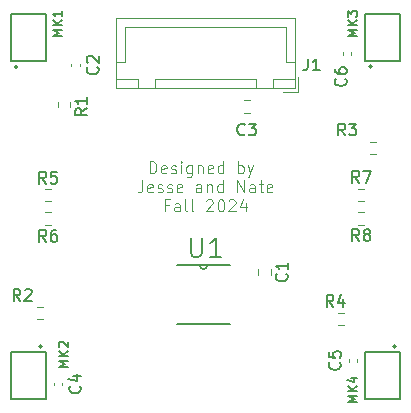
<source format=gbr>
%TF.GenerationSoftware,KiCad,Pcbnew,8.0.5*%
%TF.CreationDate,2024-10-09T23:06:33-04:00*%
%TF.ProjectId,4-Channel Array V3,342d4368-616e-46e6-956c-204172726179,rev?*%
%TF.SameCoordinates,Original*%
%TF.FileFunction,Legend,Top*%
%TF.FilePolarity,Positive*%
%FSLAX46Y46*%
G04 Gerber Fmt 4.6, Leading zero omitted, Abs format (unit mm)*
G04 Created by KiCad (PCBNEW 8.0.5) date 2024-10-09 23:06:33*
%MOMM*%
%LPD*%
G01*
G04 APERTURE LIST*
%ADD10C,0.100000*%
%ADD11C,0.150000*%
%ADD12C,0.120000*%
%ADD13C,0.127000*%
%ADD14C,0.200000*%
%ADD15C,0.152400*%
G04 APERTURE END LIST*
D10*
X160285714Y-62152531D02*
X160285714Y-61152531D01*
X160285714Y-61152531D02*
X160523809Y-61152531D01*
X160523809Y-61152531D02*
X160666666Y-61200150D01*
X160666666Y-61200150D02*
X160761904Y-61295388D01*
X160761904Y-61295388D02*
X160809523Y-61390626D01*
X160809523Y-61390626D02*
X160857142Y-61581102D01*
X160857142Y-61581102D02*
X160857142Y-61723959D01*
X160857142Y-61723959D02*
X160809523Y-61914435D01*
X160809523Y-61914435D02*
X160761904Y-62009673D01*
X160761904Y-62009673D02*
X160666666Y-62104912D01*
X160666666Y-62104912D02*
X160523809Y-62152531D01*
X160523809Y-62152531D02*
X160285714Y-62152531D01*
X161666666Y-62104912D02*
X161571428Y-62152531D01*
X161571428Y-62152531D02*
X161380952Y-62152531D01*
X161380952Y-62152531D02*
X161285714Y-62104912D01*
X161285714Y-62104912D02*
X161238095Y-62009673D01*
X161238095Y-62009673D02*
X161238095Y-61628721D01*
X161238095Y-61628721D02*
X161285714Y-61533483D01*
X161285714Y-61533483D02*
X161380952Y-61485864D01*
X161380952Y-61485864D02*
X161571428Y-61485864D01*
X161571428Y-61485864D02*
X161666666Y-61533483D01*
X161666666Y-61533483D02*
X161714285Y-61628721D01*
X161714285Y-61628721D02*
X161714285Y-61723959D01*
X161714285Y-61723959D02*
X161238095Y-61819197D01*
X162095238Y-62104912D02*
X162190476Y-62152531D01*
X162190476Y-62152531D02*
X162380952Y-62152531D01*
X162380952Y-62152531D02*
X162476190Y-62104912D01*
X162476190Y-62104912D02*
X162523809Y-62009673D01*
X162523809Y-62009673D02*
X162523809Y-61962054D01*
X162523809Y-61962054D02*
X162476190Y-61866816D01*
X162476190Y-61866816D02*
X162380952Y-61819197D01*
X162380952Y-61819197D02*
X162238095Y-61819197D01*
X162238095Y-61819197D02*
X162142857Y-61771578D01*
X162142857Y-61771578D02*
X162095238Y-61676340D01*
X162095238Y-61676340D02*
X162095238Y-61628721D01*
X162095238Y-61628721D02*
X162142857Y-61533483D01*
X162142857Y-61533483D02*
X162238095Y-61485864D01*
X162238095Y-61485864D02*
X162380952Y-61485864D01*
X162380952Y-61485864D02*
X162476190Y-61533483D01*
X162952381Y-62152531D02*
X162952381Y-61485864D01*
X162952381Y-61152531D02*
X162904762Y-61200150D01*
X162904762Y-61200150D02*
X162952381Y-61247769D01*
X162952381Y-61247769D02*
X163000000Y-61200150D01*
X163000000Y-61200150D02*
X162952381Y-61152531D01*
X162952381Y-61152531D02*
X162952381Y-61247769D01*
X163857142Y-61485864D02*
X163857142Y-62295388D01*
X163857142Y-62295388D02*
X163809523Y-62390626D01*
X163809523Y-62390626D02*
X163761904Y-62438245D01*
X163761904Y-62438245D02*
X163666666Y-62485864D01*
X163666666Y-62485864D02*
X163523809Y-62485864D01*
X163523809Y-62485864D02*
X163428571Y-62438245D01*
X163857142Y-62104912D02*
X163761904Y-62152531D01*
X163761904Y-62152531D02*
X163571428Y-62152531D01*
X163571428Y-62152531D02*
X163476190Y-62104912D01*
X163476190Y-62104912D02*
X163428571Y-62057292D01*
X163428571Y-62057292D02*
X163380952Y-61962054D01*
X163380952Y-61962054D02*
X163380952Y-61676340D01*
X163380952Y-61676340D02*
X163428571Y-61581102D01*
X163428571Y-61581102D02*
X163476190Y-61533483D01*
X163476190Y-61533483D02*
X163571428Y-61485864D01*
X163571428Y-61485864D02*
X163761904Y-61485864D01*
X163761904Y-61485864D02*
X163857142Y-61533483D01*
X164333333Y-61485864D02*
X164333333Y-62152531D01*
X164333333Y-61581102D02*
X164380952Y-61533483D01*
X164380952Y-61533483D02*
X164476190Y-61485864D01*
X164476190Y-61485864D02*
X164619047Y-61485864D01*
X164619047Y-61485864D02*
X164714285Y-61533483D01*
X164714285Y-61533483D02*
X164761904Y-61628721D01*
X164761904Y-61628721D02*
X164761904Y-62152531D01*
X165619047Y-62104912D02*
X165523809Y-62152531D01*
X165523809Y-62152531D02*
X165333333Y-62152531D01*
X165333333Y-62152531D02*
X165238095Y-62104912D01*
X165238095Y-62104912D02*
X165190476Y-62009673D01*
X165190476Y-62009673D02*
X165190476Y-61628721D01*
X165190476Y-61628721D02*
X165238095Y-61533483D01*
X165238095Y-61533483D02*
X165333333Y-61485864D01*
X165333333Y-61485864D02*
X165523809Y-61485864D01*
X165523809Y-61485864D02*
X165619047Y-61533483D01*
X165619047Y-61533483D02*
X165666666Y-61628721D01*
X165666666Y-61628721D02*
X165666666Y-61723959D01*
X165666666Y-61723959D02*
X165190476Y-61819197D01*
X166523809Y-62152531D02*
X166523809Y-61152531D01*
X166523809Y-62104912D02*
X166428571Y-62152531D01*
X166428571Y-62152531D02*
X166238095Y-62152531D01*
X166238095Y-62152531D02*
X166142857Y-62104912D01*
X166142857Y-62104912D02*
X166095238Y-62057292D01*
X166095238Y-62057292D02*
X166047619Y-61962054D01*
X166047619Y-61962054D02*
X166047619Y-61676340D01*
X166047619Y-61676340D02*
X166095238Y-61581102D01*
X166095238Y-61581102D02*
X166142857Y-61533483D01*
X166142857Y-61533483D02*
X166238095Y-61485864D01*
X166238095Y-61485864D02*
X166428571Y-61485864D01*
X166428571Y-61485864D02*
X166523809Y-61533483D01*
X167761905Y-62152531D02*
X167761905Y-61152531D01*
X167761905Y-61533483D02*
X167857143Y-61485864D01*
X167857143Y-61485864D02*
X168047619Y-61485864D01*
X168047619Y-61485864D02*
X168142857Y-61533483D01*
X168142857Y-61533483D02*
X168190476Y-61581102D01*
X168190476Y-61581102D02*
X168238095Y-61676340D01*
X168238095Y-61676340D02*
X168238095Y-61962054D01*
X168238095Y-61962054D02*
X168190476Y-62057292D01*
X168190476Y-62057292D02*
X168142857Y-62104912D01*
X168142857Y-62104912D02*
X168047619Y-62152531D01*
X168047619Y-62152531D02*
X167857143Y-62152531D01*
X167857143Y-62152531D02*
X167761905Y-62104912D01*
X168571429Y-61485864D02*
X168809524Y-62152531D01*
X169047619Y-61485864D02*
X168809524Y-62152531D01*
X168809524Y-62152531D02*
X168714286Y-62390626D01*
X168714286Y-62390626D02*
X168666667Y-62438245D01*
X168666667Y-62438245D02*
X168571429Y-62485864D01*
X159666665Y-62762475D02*
X159666665Y-63476760D01*
X159666665Y-63476760D02*
X159619046Y-63619617D01*
X159619046Y-63619617D02*
X159523808Y-63714856D01*
X159523808Y-63714856D02*
X159380951Y-63762475D01*
X159380951Y-63762475D02*
X159285713Y-63762475D01*
X160523808Y-63714856D02*
X160428570Y-63762475D01*
X160428570Y-63762475D02*
X160238094Y-63762475D01*
X160238094Y-63762475D02*
X160142856Y-63714856D01*
X160142856Y-63714856D02*
X160095237Y-63619617D01*
X160095237Y-63619617D02*
X160095237Y-63238665D01*
X160095237Y-63238665D02*
X160142856Y-63143427D01*
X160142856Y-63143427D02*
X160238094Y-63095808D01*
X160238094Y-63095808D02*
X160428570Y-63095808D01*
X160428570Y-63095808D02*
X160523808Y-63143427D01*
X160523808Y-63143427D02*
X160571427Y-63238665D01*
X160571427Y-63238665D02*
X160571427Y-63333903D01*
X160571427Y-63333903D02*
X160095237Y-63429141D01*
X160952380Y-63714856D02*
X161047618Y-63762475D01*
X161047618Y-63762475D02*
X161238094Y-63762475D01*
X161238094Y-63762475D02*
X161333332Y-63714856D01*
X161333332Y-63714856D02*
X161380951Y-63619617D01*
X161380951Y-63619617D02*
X161380951Y-63571998D01*
X161380951Y-63571998D02*
X161333332Y-63476760D01*
X161333332Y-63476760D02*
X161238094Y-63429141D01*
X161238094Y-63429141D02*
X161095237Y-63429141D01*
X161095237Y-63429141D02*
X160999999Y-63381522D01*
X160999999Y-63381522D02*
X160952380Y-63286284D01*
X160952380Y-63286284D02*
X160952380Y-63238665D01*
X160952380Y-63238665D02*
X160999999Y-63143427D01*
X160999999Y-63143427D02*
X161095237Y-63095808D01*
X161095237Y-63095808D02*
X161238094Y-63095808D01*
X161238094Y-63095808D02*
X161333332Y-63143427D01*
X161761904Y-63714856D02*
X161857142Y-63762475D01*
X161857142Y-63762475D02*
X162047618Y-63762475D01*
X162047618Y-63762475D02*
X162142856Y-63714856D01*
X162142856Y-63714856D02*
X162190475Y-63619617D01*
X162190475Y-63619617D02*
X162190475Y-63571998D01*
X162190475Y-63571998D02*
X162142856Y-63476760D01*
X162142856Y-63476760D02*
X162047618Y-63429141D01*
X162047618Y-63429141D02*
X161904761Y-63429141D01*
X161904761Y-63429141D02*
X161809523Y-63381522D01*
X161809523Y-63381522D02*
X161761904Y-63286284D01*
X161761904Y-63286284D02*
X161761904Y-63238665D01*
X161761904Y-63238665D02*
X161809523Y-63143427D01*
X161809523Y-63143427D02*
X161904761Y-63095808D01*
X161904761Y-63095808D02*
X162047618Y-63095808D01*
X162047618Y-63095808D02*
X162142856Y-63143427D01*
X162999999Y-63714856D02*
X162904761Y-63762475D01*
X162904761Y-63762475D02*
X162714285Y-63762475D01*
X162714285Y-63762475D02*
X162619047Y-63714856D01*
X162619047Y-63714856D02*
X162571428Y-63619617D01*
X162571428Y-63619617D02*
X162571428Y-63238665D01*
X162571428Y-63238665D02*
X162619047Y-63143427D01*
X162619047Y-63143427D02*
X162714285Y-63095808D01*
X162714285Y-63095808D02*
X162904761Y-63095808D01*
X162904761Y-63095808D02*
X162999999Y-63143427D01*
X162999999Y-63143427D02*
X163047618Y-63238665D01*
X163047618Y-63238665D02*
X163047618Y-63333903D01*
X163047618Y-63333903D02*
X162571428Y-63429141D01*
X164666666Y-63762475D02*
X164666666Y-63238665D01*
X164666666Y-63238665D02*
X164619047Y-63143427D01*
X164619047Y-63143427D02*
X164523809Y-63095808D01*
X164523809Y-63095808D02*
X164333333Y-63095808D01*
X164333333Y-63095808D02*
X164238095Y-63143427D01*
X164666666Y-63714856D02*
X164571428Y-63762475D01*
X164571428Y-63762475D02*
X164333333Y-63762475D01*
X164333333Y-63762475D02*
X164238095Y-63714856D01*
X164238095Y-63714856D02*
X164190476Y-63619617D01*
X164190476Y-63619617D02*
X164190476Y-63524379D01*
X164190476Y-63524379D02*
X164238095Y-63429141D01*
X164238095Y-63429141D02*
X164333333Y-63381522D01*
X164333333Y-63381522D02*
X164571428Y-63381522D01*
X164571428Y-63381522D02*
X164666666Y-63333903D01*
X165142857Y-63095808D02*
X165142857Y-63762475D01*
X165142857Y-63191046D02*
X165190476Y-63143427D01*
X165190476Y-63143427D02*
X165285714Y-63095808D01*
X165285714Y-63095808D02*
X165428571Y-63095808D01*
X165428571Y-63095808D02*
X165523809Y-63143427D01*
X165523809Y-63143427D02*
X165571428Y-63238665D01*
X165571428Y-63238665D02*
X165571428Y-63762475D01*
X166476190Y-63762475D02*
X166476190Y-62762475D01*
X166476190Y-63714856D02*
X166380952Y-63762475D01*
X166380952Y-63762475D02*
X166190476Y-63762475D01*
X166190476Y-63762475D02*
X166095238Y-63714856D01*
X166095238Y-63714856D02*
X166047619Y-63667236D01*
X166047619Y-63667236D02*
X166000000Y-63571998D01*
X166000000Y-63571998D02*
X166000000Y-63286284D01*
X166000000Y-63286284D02*
X166047619Y-63191046D01*
X166047619Y-63191046D02*
X166095238Y-63143427D01*
X166095238Y-63143427D02*
X166190476Y-63095808D01*
X166190476Y-63095808D02*
X166380952Y-63095808D01*
X166380952Y-63095808D02*
X166476190Y-63143427D01*
X167714286Y-63762475D02*
X167714286Y-62762475D01*
X167714286Y-62762475D02*
X168285714Y-63762475D01*
X168285714Y-63762475D02*
X168285714Y-62762475D01*
X169190476Y-63762475D02*
X169190476Y-63238665D01*
X169190476Y-63238665D02*
X169142857Y-63143427D01*
X169142857Y-63143427D02*
X169047619Y-63095808D01*
X169047619Y-63095808D02*
X168857143Y-63095808D01*
X168857143Y-63095808D02*
X168761905Y-63143427D01*
X169190476Y-63714856D02*
X169095238Y-63762475D01*
X169095238Y-63762475D02*
X168857143Y-63762475D01*
X168857143Y-63762475D02*
X168761905Y-63714856D01*
X168761905Y-63714856D02*
X168714286Y-63619617D01*
X168714286Y-63619617D02*
X168714286Y-63524379D01*
X168714286Y-63524379D02*
X168761905Y-63429141D01*
X168761905Y-63429141D02*
X168857143Y-63381522D01*
X168857143Y-63381522D02*
X169095238Y-63381522D01*
X169095238Y-63381522D02*
X169190476Y-63333903D01*
X169523810Y-63095808D02*
X169904762Y-63095808D01*
X169666667Y-62762475D02*
X169666667Y-63619617D01*
X169666667Y-63619617D02*
X169714286Y-63714856D01*
X169714286Y-63714856D02*
X169809524Y-63762475D01*
X169809524Y-63762475D02*
X169904762Y-63762475D01*
X170619048Y-63714856D02*
X170523810Y-63762475D01*
X170523810Y-63762475D02*
X170333334Y-63762475D01*
X170333334Y-63762475D02*
X170238096Y-63714856D01*
X170238096Y-63714856D02*
X170190477Y-63619617D01*
X170190477Y-63619617D02*
X170190477Y-63238665D01*
X170190477Y-63238665D02*
X170238096Y-63143427D01*
X170238096Y-63143427D02*
X170333334Y-63095808D01*
X170333334Y-63095808D02*
X170523810Y-63095808D01*
X170523810Y-63095808D02*
X170619048Y-63143427D01*
X170619048Y-63143427D02*
X170666667Y-63238665D01*
X170666667Y-63238665D02*
X170666667Y-63333903D01*
X170666667Y-63333903D02*
X170190477Y-63429141D01*
X161880951Y-64848609D02*
X161547618Y-64848609D01*
X161547618Y-65372419D02*
X161547618Y-64372419D01*
X161547618Y-64372419D02*
X162023808Y-64372419D01*
X162833332Y-65372419D02*
X162833332Y-64848609D01*
X162833332Y-64848609D02*
X162785713Y-64753371D01*
X162785713Y-64753371D02*
X162690475Y-64705752D01*
X162690475Y-64705752D02*
X162499999Y-64705752D01*
X162499999Y-64705752D02*
X162404761Y-64753371D01*
X162833332Y-65324800D02*
X162738094Y-65372419D01*
X162738094Y-65372419D02*
X162499999Y-65372419D01*
X162499999Y-65372419D02*
X162404761Y-65324800D01*
X162404761Y-65324800D02*
X162357142Y-65229561D01*
X162357142Y-65229561D02*
X162357142Y-65134323D01*
X162357142Y-65134323D02*
X162404761Y-65039085D01*
X162404761Y-65039085D02*
X162499999Y-64991466D01*
X162499999Y-64991466D02*
X162738094Y-64991466D01*
X162738094Y-64991466D02*
X162833332Y-64943847D01*
X163452380Y-65372419D02*
X163357142Y-65324800D01*
X163357142Y-65324800D02*
X163309523Y-65229561D01*
X163309523Y-65229561D02*
X163309523Y-64372419D01*
X163976190Y-65372419D02*
X163880952Y-65324800D01*
X163880952Y-65324800D02*
X163833333Y-65229561D01*
X163833333Y-65229561D02*
X163833333Y-64372419D01*
X165071429Y-64467657D02*
X165119048Y-64420038D01*
X165119048Y-64420038D02*
X165214286Y-64372419D01*
X165214286Y-64372419D02*
X165452381Y-64372419D01*
X165452381Y-64372419D02*
X165547619Y-64420038D01*
X165547619Y-64420038D02*
X165595238Y-64467657D01*
X165595238Y-64467657D02*
X165642857Y-64562895D01*
X165642857Y-64562895D02*
X165642857Y-64658133D01*
X165642857Y-64658133D02*
X165595238Y-64800990D01*
X165595238Y-64800990D02*
X165023810Y-65372419D01*
X165023810Y-65372419D02*
X165642857Y-65372419D01*
X166261905Y-64372419D02*
X166357143Y-64372419D01*
X166357143Y-64372419D02*
X166452381Y-64420038D01*
X166452381Y-64420038D02*
X166500000Y-64467657D01*
X166500000Y-64467657D02*
X166547619Y-64562895D01*
X166547619Y-64562895D02*
X166595238Y-64753371D01*
X166595238Y-64753371D02*
X166595238Y-64991466D01*
X166595238Y-64991466D02*
X166547619Y-65181942D01*
X166547619Y-65181942D02*
X166500000Y-65277180D01*
X166500000Y-65277180D02*
X166452381Y-65324800D01*
X166452381Y-65324800D02*
X166357143Y-65372419D01*
X166357143Y-65372419D02*
X166261905Y-65372419D01*
X166261905Y-65372419D02*
X166166667Y-65324800D01*
X166166667Y-65324800D02*
X166119048Y-65277180D01*
X166119048Y-65277180D02*
X166071429Y-65181942D01*
X166071429Y-65181942D02*
X166023810Y-64991466D01*
X166023810Y-64991466D02*
X166023810Y-64753371D01*
X166023810Y-64753371D02*
X166071429Y-64562895D01*
X166071429Y-64562895D02*
X166119048Y-64467657D01*
X166119048Y-64467657D02*
X166166667Y-64420038D01*
X166166667Y-64420038D02*
X166261905Y-64372419D01*
X166976191Y-64467657D02*
X167023810Y-64420038D01*
X167023810Y-64420038D02*
X167119048Y-64372419D01*
X167119048Y-64372419D02*
X167357143Y-64372419D01*
X167357143Y-64372419D02*
X167452381Y-64420038D01*
X167452381Y-64420038D02*
X167500000Y-64467657D01*
X167500000Y-64467657D02*
X167547619Y-64562895D01*
X167547619Y-64562895D02*
X167547619Y-64658133D01*
X167547619Y-64658133D02*
X167500000Y-64800990D01*
X167500000Y-64800990D02*
X166928572Y-65372419D01*
X166928572Y-65372419D02*
X167547619Y-65372419D01*
X168404762Y-64705752D02*
X168404762Y-65372419D01*
X168166667Y-64324800D02*
X167928572Y-65039085D01*
X167928572Y-65039085D02*
X168547619Y-65039085D01*
D11*
X178008333Y-62954819D02*
X177675000Y-62478628D01*
X177436905Y-62954819D02*
X177436905Y-61954819D01*
X177436905Y-61954819D02*
X177817857Y-61954819D01*
X177817857Y-61954819D02*
X177913095Y-62002438D01*
X177913095Y-62002438D02*
X177960714Y-62050057D01*
X177960714Y-62050057D02*
X178008333Y-62145295D01*
X178008333Y-62145295D02*
X178008333Y-62288152D01*
X178008333Y-62288152D02*
X177960714Y-62383390D01*
X177960714Y-62383390D02*
X177913095Y-62431009D01*
X177913095Y-62431009D02*
X177817857Y-62478628D01*
X177817857Y-62478628D02*
X177436905Y-62478628D01*
X178341667Y-61954819D02*
X179008333Y-61954819D01*
X179008333Y-61954819D02*
X178579762Y-62954819D01*
X151508333Y-63024819D02*
X151175000Y-62548628D01*
X150936905Y-63024819D02*
X150936905Y-62024819D01*
X150936905Y-62024819D02*
X151317857Y-62024819D01*
X151317857Y-62024819D02*
X151413095Y-62072438D01*
X151413095Y-62072438D02*
X151460714Y-62120057D01*
X151460714Y-62120057D02*
X151508333Y-62215295D01*
X151508333Y-62215295D02*
X151508333Y-62358152D01*
X151508333Y-62358152D02*
X151460714Y-62453390D01*
X151460714Y-62453390D02*
X151413095Y-62501009D01*
X151413095Y-62501009D02*
X151317857Y-62548628D01*
X151317857Y-62548628D02*
X150936905Y-62548628D01*
X152413095Y-62024819D02*
X151936905Y-62024819D01*
X151936905Y-62024819D02*
X151889286Y-62501009D01*
X151889286Y-62501009D02*
X151936905Y-62453390D01*
X151936905Y-62453390D02*
X152032143Y-62405771D01*
X152032143Y-62405771D02*
X152270238Y-62405771D01*
X152270238Y-62405771D02*
X152365476Y-62453390D01*
X152365476Y-62453390D02*
X152413095Y-62501009D01*
X152413095Y-62501009D02*
X152460714Y-62596247D01*
X152460714Y-62596247D02*
X152460714Y-62834342D01*
X152460714Y-62834342D02*
X152413095Y-62929580D01*
X152413095Y-62929580D02*
X152365476Y-62977200D01*
X152365476Y-62977200D02*
X152270238Y-63024819D01*
X152270238Y-63024819D02*
X152032143Y-63024819D01*
X152032143Y-63024819D02*
X151936905Y-62977200D01*
X151936905Y-62977200D02*
X151889286Y-62929580D01*
X173666666Y-52454819D02*
X173666666Y-53169104D01*
X173666666Y-53169104D02*
X173619047Y-53311961D01*
X173619047Y-53311961D02*
X173523809Y-53407200D01*
X173523809Y-53407200D02*
X173380952Y-53454819D01*
X173380952Y-53454819D02*
X173285714Y-53454819D01*
X174666666Y-53454819D02*
X174095238Y-53454819D01*
X174380952Y-53454819D02*
X174380952Y-52454819D01*
X174380952Y-52454819D02*
X174285714Y-52597676D01*
X174285714Y-52597676D02*
X174190476Y-52692914D01*
X174190476Y-52692914D02*
X174095238Y-52740533D01*
X176833333Y-58954819D02*
X176500000Y-58478628D01*
X176261905Y-58954819D02*
X176261905Y-57954819D01*
X176261905Y-57954819D02*
X176642857Y-57954819D01*
X176642857Y-57954819D02*
X176738095Y-58002438D01*
X176738095Y-58002438D02*
X176785714Y-58050057D01*
X176785714Y-58050057D02*
X176833333Y-58145295D01*
X176833333Y-58145295D02*
X176833333Y-58288152D01*
X176833333Y-58288152D02*
X176785714Y-58383390D01*
X176785714Y-58383390D02*
X176738095Y-58431009D01*
X176738095Y-58431009D02*
X176642857Y-58478628D01*
X176642857Y-58478628D02*
X176261905Y-58478628D01*
X177166667Y-57954819D02*
X177785714Y-57954819D01*
X177785714Y-57954819D02*
X177452381Y-58335771D01*
X177452381Y-58335771D02*
X177595238Y-58335771D01*
X177595238Y-58335771D02*
X177690476Y-58383390D01*
X177690476Y-58383390D02*
X177738095Y-58431009D01*
X177738095Y-58431009D02*
X177785714Y-58526247D01*
X177785714Y-58526247D02*
X177785714Y-58764342D01*
X177785714Y-58764342D02*
X177738095Y-58859580D01*
X177738095Y-58859580D02*
X177690476Y-58907200D01*
X177690476Y-58907200D02*
X177595238Y-58954819D01*
X177595238Y-58954819D02*
X177309524Y-58954819D01*
X177309524Y-58954819D02*
X177214286Y-58907200D01*
X177214286Y-58907200D02*
X177166667Y-58859580D01*
X178008333Y-67884819D02*
X177675000Y-67408628D01*
X177436905Y-67884819D02*
X177436905Y-66884819D01*
X177436905Y-66884819D02*
X177817857Y-66884819D01*
X177817857Y-66884819D02*
X177913095Y-66932438D01*
X177913095Y-66932438D02*
X177960714Y-66980057D01*
X177960714Y-66980057D02*
X178008333Y-67075295D01*
X178008333Y-67075295D02*
X178008333Y-67218152D01*
X178008333Y-67218152D02*
X177960714Y-67313390D01*
X177960714Y-67313390D02*
X177913095Y-67361009D01*
X177913095Y-67361009D02*
X177817857Y-67408628D01*
X177817857Y-67408628D02*
X177436905Y-67408628D01*
X178579762Y-67313390D02*
X178484524Y-67265771D01*
X178484524Y-67265771D02*
X178436905Y-67218152D01*
X178436905Y-67218152D02*
X178389286Y-67122914D01*
X178389286Y-67122914D02*
X178389286Y-67075295D01*
X178389286Y-67075295D02*
X178436905Y-66980057D01*
X178436905Y-66980057D02*
X178484524Y-66932438D01*
X178484524Y-66932438D02*
X178579762Y-66884819D01*
X178579762Y-66884819D02*
X178770238Y-66884819D01*
X178770238Y-66884819D02*
X178865476Y-66932438D01*
X178865476Y-66932438D02*
X178913095Y-66980057D01*
X178913095Y-66980057D02*
X178960714Y-67075295D01*
X178960714Y-67075295D02*
X178960714Y-67122914D01*
X178960714Y-67122914D02*
X178913095Y-67218152D01*
X178913095Y-67218152D02*
X178865476Y-67265771D01*
X178865476Y-67265771D02*
X178770238Y-67313390D01*
X178770238Y-67313390D02*
X178579762Y-67313390D01*
X178579762Y-67313390D02*
X178484524Y-67361009D01*
X178484524Y-67361009D02*
X178436905Y-67408628D01*
X178436905Y-67408628D02*
X178389286Y-67503866D01*
X178389286Y-67503866D02*
X178389286Y-67694342D01*
X178389286Y-67694342D02*
X178436905Y-67789580D01*
X178436905Y-67789580D02*
X178484524Y-67837200D01*
X178484524Y-67837200D02*
X178579762Y-67884819D01*
X178579762Y-67884819D02*
X178770238Y-67884819D01*
X178770238Y-67884819D02*
X178865476Y-67837200D01*
X178865476Y-67837200D02*
X178913095Y-67789580D01*
X178913095Y-67789580D02*
X178960714Y-67694342D01*
X178960714Y-67694342D02*
X178960714Y-67503866D01*
X178960714Y-67503866D02*
X178913095Y-67408628D01*
X178913095Y-67408628D02*
X178865476Y-67361009D01*
X178865476Y-67361009D02*
X178770238Y-67313390D01*
X154954819Y-56666666D02*
X154478628Y-56999999D01*
X154954819Y-57238094D02*
X153954819Y-57238094D01*
X153954819Y-57238094D02*
X153954819Y-56857142D01*
X153954819Y-56857142D02*
X154002438Y-56761904D01*
X154002438Y-56761904D02*
X154050057Y-56714285D01*
X154050057Y-56714285D02*
X154145295Y-56666666D01*
X154145295Y-56666666D02*
X154288152Y-56666666D01*
X154288152Y-56666666D02*
X154383390Y-56714285D01*
X154383390Y-56714285D02*
X154431009Y-56761904D01*
X154431009Y-56761904D02*
X154478628Y-56857142D01*
X154478628Y-56857142D02*
X154478628Y-57238094D01*
X154954819Y-55714285D02*
X154954819Y-56285713D01*
X154954819Y-55999999D02*
X153954819Y-55999999D01*
X153954819Y-55999999D02*
X154097676Y-56095237D01*
X154097676Y-56095237D02*
X154192914Y-56190475D01*
X154192914Y-56190475D02*
X154240533Y-56285713D01*
X155859580Y-53166666D02*
X155907200Y-53214285D01*
X155907200Y-53214285D02*
X155954819Y-53357142D01*
X155954819Y-53357142D02*
X155954819Y-53452380D01*
X155954819Y-53452380D02*
X155907200Y-53595237D01*
X155907200Y-53595237D02*
X155811961Y-53690475D01*
X155811961Y-53690475D02*
X155716723Y-53738094D01*
X155716723Y-53738094D02*
X155526247Y-53785713D01*
X155526247Y-53785713D02*
X155383390Y-53785713D01*
X155383390Y-53785713D02*
X155192914Y-53738094D01*
X155192914Y-53738094D02*
X155097676Y-53690475D01*
X155097676Y-53690475D02*
X155002438Y-53595237D01*
X155002438Y-53595237D02*
X154954819Y-53452380D01*
X154954819Y-53452380D02*
X154954819Y-53357142D01*
X154954819Y-53357142D02*
X155002438Y-53214285D01*
X155002438Y-53214285D02*
X155050057Y-53166666D01*
X155050057Y-52785713D02*
X155002438Y-52738094D01*
X155002438Y-52738094D02*
X154954819Y-52642856D01*
X154954819Y-52642856D02*
X154954819Y-52404761D01*
X154954819Y-52404761D02*
X155002438Y-52309523D01*
X155002438Y-52309523D02*
X155050057Y-52261904D01*
X155050057Y-52261904D02*
X155145295Y-52214285D01*
X155145295Y-52214285D02*
X155240533Y-52214285D01*
X155240533Y-52214285D02*
X155383390Y-52261904D01*
X155383390Y-52261904D02*
X155954819Y-52833332D01*
X155954819Y-52833332D02*
X155954819Y-52214285D01*
X168333333Y-58859580D02*
X168285714Y-58907200D01*
X168285714Y-58907200D02*
X168142857Y-58954819D01*
X168142857Y-58954819D02*
X168047619Y-58954819D01*
X168047619Y-58954819D02*
X167904762Y-58907200D01*
X167904762Y-58907200D02*
X167809524Y-58811961D01*
X167809524Y-58811961D02*
X167761905Y-58716723D01*
X167761905Y-58716723D02*
X167714286Y-58526247D01*
X167714286Y-58526247D02*
X167714286Y-58383390D01*
X167714286Y-58383390D02*
X167761905Y-58192914D01*
X167761905Y-58192914D02*
X167809524Y-58097676D01*
X167809524Y-58097676D02*
X167904762Y-58002438D01*
X167904762Y-58002438D02*
X168047619Y-57954819D01*
X168047619Y-57954819D02*
X168142857Y-57954819D01*
X168142857Y-57954819D02*
X168285714Y-58002438D01*
X168285714Y-58002438D02*
X168333333Y-58050057D01*
X168666667Y-57954819D02*
X169285714Y-57954819D01*
X169285714Y-57954819D02*
X168952381Y-58335771D01*
X168952381Y-58335771D02*
X169095238Y-58335771D01*
X169095238Y-58335771D02*
X169190476Y-58383390D01*
X169190476Y-58383390D02*
X169238095Y-58431009D01*
X169238095Y-58431009D02*
X169285714Y-58526247D01*
X169285714Y-58526247D02*
X169285714Y-58764342D01*
X169285714Y-58764342D02*
X169238095Y-58859580D01*
X169238095Y-58859580D02*
X169190476Y-58907200D01*
X169190476Y-58907200D02*
X169095238Y-58954819D01*
X169095238Y-58954819D02*
X168809524Y-58954819D01*
X168809524Y-58954819D02*
X168714286Y-58907200D01*
X168714286Y-58907200D02*
X168666667Y-58859580D01*
X177862295Y-81547618D02*
X177062295Y-81547618D01*
X177062295Y-81547618D02*
X177633723Y-81280952D01*
X177633723Y-81280952D02*
X177062295Y-81014285D01*
X177062295Y-81014285D02*
X177862295Y-81014285D01*
X177862295Y-80633332D02*
X177062295Y-80633332D01*
X177862295Y-80176189D02*
X177405152Y-80519047D01*
X177062295Y-80176189D02*
X177519438Y-80633332D01*
X177328961Y-79490475D02*
X177862295Y-79490475D01*
X177024200Y-79680951D02*
X177595628Y-79871428D01*
X177595628Y-79871428D02*
X177595628Y-79376189D01*
X176859580Y-54146666D02*
X176907200Y-54194285D01*
X176907200Y-54194285D02*
X176954819Y-54337142D01*
X176954819Y-54337142D02*
X176954819Y-54432380D01*
X176954819Y-54432380D02*
X176907200Y-54575237D01*
X176907200Y-54575237D02*
X176811961Y-54670475D01*
X176811961Y-54670475D02*
X176716723Y-54718094D01*
X176716723Y-54718094D02*
X176526247Y-54765713D01*
X176526247Y-54765713D02*
X176383390Y-54765713D01*
X176383390Y-54765713D02*
X176192914Y-54718094D01*
X176192914Y-54718094D02*
X176097676Y-54670475D01*
X176097676Y-54670475D02*
X176002438Y-54575237D01*
X176002438Y-54575237D02*
X175954819Y-54432380D01*
X175954819Y-54432380D02*
X175954819Y-54337142D01*
X175954819Y-54337142D02*
X176002438Y-54194285D01*
X176002438Y-54194285D02*
X176050057Y-54146666D01*
X175954819Y-53289523D02*
X175954819Y-53479999D01*
X175954819Y-53479999D02*
X176002438Y-53575237D01*
X176002438Y-53575237D02*
X176050057Y-53622856D01*
X176050057Y-53622856D02*
X176192914Y-53718094D01*
X176192914Y-53718094D02*
X176383390Y-53765713D01*
X176383390Y-53765713D02*
X176764342Y-53765713D01*
X176764342Y-53765713D02*
X176859580Y-53718094D01*
X176859580Y-53718094D02*
X176907200Y-53670475D01*
X176907200Y-53670475D02*
X176954819Y-53575237D01*
X176954819Y-53575237D02*
X176954819Y-53384761D01*
X176954819Y-53384761D02*
X176907200Y-53289523D01*
X176907200Y-53289523D02*
X176859580Y-53241904D01*
X176859580Y-53241904D02*
X176764342Y-53194285D01*
X176764342Y-53194285D02*
X176526247Y-53194285D01*
X176526247Y-53194285D02*
X176431009Y-53241904D01*
X176431009Y-53241904D02*
X176383390Y-53289523D01*
X176383390Y-53289523D02*
X176335771Y-53384761D01*
X176335771Y-53384761D02*
X176335771Y-53575237D01*
X176335771Y-53575237D02*
X176383390Y-53670475D01*
X176383390Y-53670475D02*
X176431009Y-53718094D01*
X176431009Y-53718094D02*
X176526247Y-53765713D01*
X153362295Y-78547618D02*
X152562295Y-78547618D01*
X152562295Y-78547618D02*
X153133723Y-78280952D01*
X153133723Y-78280952D02*
X152562295Y-78014285D01*
X152562295Y-78014285D02*
X153362295Y-78014285D01*
X153362295Y-77633332D02*
X152562295Y-77633332D01*
X153362295Y-77176189D02*
X152905152Y-77519047D01*
X152562295Y-77176189D02*
X153019438Y-77633332D01*
X152638485Y-76871428D02*
X152600390Y-76833332D01*
X152600390Y-76833332D02*
X152562295Y-76757142D01*
X152562295Y-76757142D02*
X152562295Y-76566666D01*
X152562295Y-76566666D02*
X152600390Y-76490475D01*
X152600390Y-76490475D02*
X152638485Y-76452380D01*
X152638485Y-76452380D02*
X152714676Y-76414285D01*
X152714676Y-76414285D02*
X152790866Y-76414285D01*
X152790866Y-76414285D02*
X152905152Y-76452380D01*
X152905152Y-76452380D02*
X153362295Y-76909523D01*
X153362295Y-76909523D02*
X153362295Y-76414285D01*
X177862295Y-50547618D02*
X177062295Y-50547618D01*
X177062295Y-50547618D02*
X177633723Y-50280952D01*
X177633723Y-50280952D02*
X177062295Y-50014285D01*
X177062295Y-50014285D02*
X177862295Y-50014285D01*
X177862295Y-49633332D02*
X177062295Y-49633332D01*
X177862295Y-49176189D02*
X177405152Y-49519047D01*
X177062295Y-49176189D02*
X177519438Y-49633332D01*
X177062295Y-48909523D02*
X177062295Y-48414285D01*
X177062295Y-48414285D02*
X177367057Y-48680951D01*
X177367057Y-48680951D02*
X177367057Y-48566666D01*
X177367057Y-48566666D02*
X177405152Y-48490475D01*
X177405152Y-48490475D02*
X177443247Y-48452380D01*
X177443247Y-48452380D02*
X177519438Y-48414285D01*
X177519438Y-48414285D02*
X177709914Y-48414285D01*
X177709914Y-48414285D02*
X177786104Y-48452380D01*
X177786104Y-48452380D02*
X177824200Y-48490475D01*
X177824200Y-48490475D02*
X177862295Y-48566666D01*
X177862295Y-48566666D02*
X177862295Y-48795237D01*
X177862295Y-48795237D02*
X177824200Y-48871428D01*
X177824200Y-48871428D02*
X177786104Y-48909523D01*
X176359580Y-78166666D02*
X176407200Y-78214285D01*
X176407200Y-78214285D02*
X176454819Y-78357142D01*
X176454819Y-78357142D02*
X176454819Y-78452380D01*
X176454819Y-78452380D02*
X176407200Y-78595237D01*
X176407200Y-78595237D02*
X176311961Y-78690475D01*
X176311961Y-78690475D02*
X176216723Y-78738094D01*
X176216723Y-78738094D02*
X176026247Y-78785713D01*
X176026247Y-78785713D02*
X175883390Y-78785713D01*
X175883390Y-78785713D02*
X175692914Y-78738094D01*
X175692914Y-78738094D02*
X175597676Y-78690475D01*
X175597676Y-78690475D02*
X175502438Y-78595237D01*
X175502438Y-78595237D02*
X175454819Y-78452380D01*
X175454819Y-78452380D02*
X175454819Y-78357142D01*
X175454819Y-78357142D02*
X175502438Y-78214285D01*
X175502438Y-78214285D02*
X175550057Y-78166666D01*
X175454819Y-77261904D02*
X175454819Y-77738094D01*
X175454819Y-77738094D02*
X175931009Y-77785713D01*
X175931009Y-77785713D02*
X175883390Y-77738094D01*
X175883390Y-77738094D02*
X175835771Y-77642856D01*
X175835771Y-77642856D02*
X175835771Y-77404761D01*
X175835771Y-77404761D02*
X175883390Y-77309523D01*
X175883390Y-77309523D02*
X175931009Y-77261904D01*
X175931009Y-77261904D02*
X176026247Y-77214285D01*
X176026247Y-77214285D02*
X176264342Y-77214285D01*
X176264342Y-77214285D02*
X176359580Y-77261904D01*
X176359580Y-77261904D02*
X176407200Y-77309523D01*
X176407200Y-77309523D02*
X176454819Y-77404761D01*
X176454819Y-77404761D02*
X176454819Y-77642856D01*
X176454819Y-77642856D02*
X176407200Y-77738094D01*
X176407200Y-77738094D02*
X176359580Y-77785713D01*
X163749054Y-67609893D02*
X163749054Y-68939022D01*
X163749054Y-68939022D02*
X163827238Y-69095390D01*
X163827238Y-69095390D02*
X163905422Y-69173575D01*
X163905422Y-69173575D02*
X164061790Y-69251759D01*
X164061790Y-69251759D02*
X164374527Y-69251759D01*
X164374527Y-69251759D02*
X164530895Y-69173575D01*
X164530895Y-69173575D02*
X164609079Y-69095390D01*
X164609079Y-69095390D02*
X164687263Y-68939022D01*
X164687263Y-68939022D02*
X164687263Y-67609893D01*
X166329129Y-69251759D02*
X165390920Y-69251759D01*
X165860024Y-69251759D02*
X165860024Y-67609893D01*
X165860024Y-67609893D02*
X165703656Y-67844445D01*
X165703656Y-67844445D02*
X165547288Y-68000813D01*
X165547288Y-68000813D02*
X165390920Y-68078997D01*
X151508333Y-67954819D02*
X151175000Y-67478628D01*
X150936905Y-67954819D02*
X150936905Y-66954819D01*
X150936905Y-66954819D02*
X151317857Y-66954819D01*
X151317857Y-66954819D02*
X151413095Y-67002438D01*
X151413095Y-67002438D02*
X151460714Y-67050057D01*
X151460714Y-67050057D02*
X151508333Y-67145295D01*
X151508333Y-67145295D02*
X151508333Y-67288152D01*
X151508333Y-67288152D02*
X151460714Y-67383390D01*
X151460714Y-67383390D02*
X151413095Y-67431009D01*
X151413095Y-67431009D02*
X151317857Y-67478628D01*
X151317857Y-67478628D02*
X150936905Y-67478628D01*
X152365476Y-66954819D02*
X152175000Y-66954819D01*
X152175000Y-66954819D02*
X152079762Y-67002438D01*
X152079762Y-67002438D02*
X152032143Y-67050057D01*
X152032143Y-67050057D02*
X151936905Y-67192914D01*
X151936905Y-67192914D02*
X151889286Y-67383390D01*
X151889286Y-67383390D02*
X151889286Y-67764342D01*
X151889286Y-67764342D02*
X151936905Y-67859580D01*
X151936905Y-67859580D02*
X151984524Y-67907200D01*
X151984524Y-67907200D02*
X152079762Y-67954819D01*
X152079762Y-67954819D02*
X152270238Y-67954819D01*
X152270238Y-67954819D02*
X152365476Y-67907200D01*
X152365476Y-67907200D02*
X152413095Y-67859580D01*
X152413095Y-67859580D02*
X152460714Y-67764342D01*
X152460714Y-67764342D02*
X152460714Y-67526247D01*
X152460714Y-67526247D02*
X152413095Y-67431009D01*
X152413095Y-67431009D02*
X152365476Y-67383390D01*
X152365476Y-67383390D02*
X152270238Y-67335771D01*
X152270238Y-67335771D02*
X152079762Y-67335771D01*
X152079762Y-67335771D02*
X151984524Y-67383390D01*
X151984524Y-67383390D02*
X151936905Y-67431009D01*
X151936905Y-67431009D02*
X151889286Y-67526247D01*
X149333333Y-72954819D02*
X149000000Y-72478628D01*
X148761905Y-72954819D02*
X148761905Y-71954819D01*
X148761905Y-71954819D02*
X149142857Y-71954819D01*
X149142857Y-71954819D02*
X149238095Y-72002438D01*
X149238095Y-72002438D02*
X149285714Y-72050057D01*
X149285714Y-72050057D02*
X149333333Y-72145295D01*
X149333333Y-72145295D02*
X149333333Y-72288152D01*
X149333333Y-72288152D02*
X149285714Y-72383390D01*
X149285714Y-72383390D02*
X149238095Y-72431009D01*
X149238095Y-72431009D02*
X149142857Y-72478628D01*
X149142857Y-72478628D02*
X148761905Y-72478628D01*
X149714286Y-72050057D02*
X149761905Y-72002438D01*
X149761905Y-72002438D02*
X149857143Y-71954819D01*
X149857143Y-71954819D02*
X150095238Y-71954819D01*
X150095238Y-71954819D02*
X150190476Y-72002438D01*
X150190476Y-72002438D02*
X150238095Y-72050057D01*
X150238095Y-72050057D02*
X150285714Y-72145295D01*
X150285714Y-72145295D02*
X150285714Y-72240533D01*
X150285714Y-72240533D02*
X150238095Y-72383390D01*
X150238095Y-72383390D02*
X149666667Y-72954819D01*
X149666667Y-72954819D02*
X150285714Y-72954819D01*
X171859580Y-70666666D02*
X171907200Y-70714285D01*
X171907200Y-70714285D02*
X171954819Y-70857142D01*
X171954819Y-70857142D02*
X171954819Y-70952380D01*
X171954819Y-70952380D02*
X171907200Y-71095237D01*
X171907200Y-71095237D02*
X171811961Y-71190475D01*
X171811961Y-71190475D02*
X171716723Y-71238094D01*
X171716723Y-71238094D02*
X171526247Y-71285713D01*
X171526247Y-71285713D02*
X171383390Y-71285713D01*
X171383390Y-71285713D02*
X171192914Y-71238094D01*
X171192914Y-71238094D02*
X171097676Y-71190475D01*
X171097676Y-71190475D02*
X171002438Y-71095237D01*
X171002438Y-71095237D02*
X170954819Y-70952380D01*
X170954819Y-70952380D02*
X170954819Y-70857142D01*
X170954819Y-70857142D02*
X171002438Y-70714285D01*
X171002438Y-70714285D02*
X171050057Y-70666666D01*
X171954819Y-69714285D02*
X171954819Y-70285713D01*
X171954819Y-69999999D02*
X170954819Y-69999999D01*
X170954819Y-69999999D02*
X171097676Y-70095237D01*
X171097676Y-70095237D02*
X171192914Y-70190475D01*
X171192914Y-70190475D02*
X171240533Y-70285713D01*
X154359580Y-80166666D02*
X154407200Y-80214285D01*
X154407200Y-80214285D02*
X154454819Y-80357142D01*
X154454819Y-80357142D02*
X154454819Y-80452380D01*
X154454819Y-80452380D02*
X154407200Y-80595237D01*
X154407200Y-80595237D02*
X154311961Y-80690475D01*
X154311961Y-80690475D02*
X154216723Y-80738094D01*
X154216723Y-80738094D02*
X154026247Y-80785713D01*
X154026247Y-80785713D02*
X153883390Y-80785713D01*
X153883390Y-80785713D02*
X153692914Y-80738094D01*
X153692914Y-80738094D02*
X153597676Y-80690475D01*
X153597676Y-80690475D02*
X153502438Y-80595237D01*
X153502438Y-80595237D02*
X153454819Y-80452380D01*
X153454819Y-80452380D02*
X153454819Y-80357142D01*
X153454819Y-80357142D02*
X153502438Y-80214285D01*
X153502438Y-80214285D02*
X153550057Y-80166666D01*
X153788152Y-79309523D02*
X154454819Y-79309523D01*
X153407200Y-79547618D02*
X154121485Y-79785713D01*
X154121485Y-79785713D02*
X154121485Y-79166666D01*
X175833333Y-73454819D02*
X175500000Y-72978628D01*
X175261905Y-73454819D02*
X175261905Y-72454819D01*
X175261905Y-72454819D02*
X175642857Y-72454819D01*
X175642857Y-72454819D02*
X175738095Y-72502438D01*
X175738095Y-72502438D02*
X175785714Y-72550057D01*
X175785714Y-72550057D02*
X175833333Y-72645295D01*
X175833333Y-72645295D02*
X175833333Y-72788152D01*
X175833333Y-72788152D02*
X175785714Y-72883390D01*
X175785714Y-72883390D02*
X175738095Y-72931009D01*
X175738095Y-72931009D02*
X175642857Y-72978628D01*
X175642857Y-72978628D02*
X175261905Y-72978628D01*
X176690476Y-72788152D02*
X176690476Y-73454819D01*
X176452381Y-72407200D02*
X176214286Y-73121485D01*
X176214286Y-73121485D02*
X176833333Y-73121485D01*
X152862295Y-50547618D02*
X152062295Y-50547618D01*
X152062295Y-50547618D02*
X152633723Y-50280952D01*
X152633723Y-50280952D02*
X152062295Y-50014285D01*
X152062295Y-50014285D02*
X152862295Y-50014285D01*
X152862295Y-49633332D02*
X152062295Y-49633332D01*
X152862295Y-49176189D02*
X152405152Y-49519047D01*
X152062295Y-49176189D02*
X152519438Y-49633332D01*
X152862295Y-48414285D02*
X152862295Y-48871428D01*
X152862295Y-48642856D02*
X152062295Y-48642856D01*
X152062295Y-48642856D02*
X152176580Y-48719047D01*
X152176580Y-48719047D02*
X152252771Y-48795237D01*
X152252771Y-48795237D02*
X152290866Y-48871428D01*
D12*
%TO.C,R7*%
X178412258Y-63477500D02*
X177937742Y-63477500D01*
X178412258Y-64522500D02*
X177937742Y-64522500D01*
%TO.C,R5*%
X151437742Y-63477500D02*
X151912258Y-63477500D01*
X151437742Y-64522500D02*
X151912258Y-64522500D01*
%TO.C,J1*%
X157440000Y-48990000D02*
X157440000Y-54960000D01*
X157440000Y-54960000D02*
X172560000Y-54960000D01*
X157450000Y-52700000D02*
X158200000Y-52700000D01*
X157450000Y-54200000D02*
X157450000Y-54950000D01*
X157450000Y-54950000D02*
X159250000Y-54950000D01*
X158200000Y-49750000D02*
X165000000Y-49750000D01*
X158200000Y-52700000D02*
X158200000Y-49750000D01*
X159250000Y-54200000D02*
X157450000Y-54200000D01*
X159250000Y-54950000D02*
X159250000Y-54200000D01*
X160750000Y-54200000D02*
X160750000Y-54950000D01*
X160750000Y-54950000D02*
X169250000Y-54950000D01*
X169250000Y-54200000D02*
X160750000Y-54200000D01*
X169250000Y-54950000D02*
X169250000Y-54200000D01*
X170750000Y-54200000D02*
X170750000Y-54950000D01*
X170750000Y-54950000D02*
X172550000Y-54950000D01*
X171600000Y-55250000D02*
X172850000Y-55250000D01*
X171800000Y-49750000D02*
X165000000Y-49750000D01*
X171800000Y-52700000D02*
X171800000Y-49750000D01*
X172550000Y-52700000D02*
X171800000Y-52700000D01*
X172550000Y-54200000D02*
X170750000Y-54200000D01*
X172550000Y-54950000D02*
X172550000Y-54200000D01*
X172560000Y-48990000D02*
X157440000Y-48990000D01*
X172560000Y-54960000D02*
X172560000Y-48990000D01*
X172850000Y-55250000D02*
X172850000Y-54000000D01*
%TO.C,R3*%
X178937742Y-59477500D02*
X179412258Y-59477500D01*
X178937742Y-60522500D02*
X179412258Y-60522500D01*
%TO.C,R8*%
X178412258Y-65477500D02*
X177937742Y-65477500D01*
X178412258Y-66522500D02*
X177937742Y-66522500D01*
%TO.C,R1*%
X152477500Y-56562258D02*
X152477500Y-56087742D01*
X153522500Y-56562258D02*
X153522500Y-56087742D01*
%TO.C,C2*%
X153640000Y-53107836D02*
X153640000Y-52892164D01*
X154360000Y-53107836D02*
X154360000Y-52892164D01*
%TO.C,C3*%
X168262742Y-55977500D02*
X168737258Y-55977500D01*
X168262742Y-57022500D02*
X168737258Y-57022500D01*
D13*
%TO.C,MK4*%
X178500000Y-77300000D02*
X178500000Y-81300000D01*
X178500000Y-81300000D02*
X181500000Y-81300000D01*
X181500000Y-77300000D02*
X178500000Y-77300000D01*
X181500000Y-77300000D02*
X181500000Y-81300000D01*
D14*
X181160000Y-76840000D02*
G75*
G02*
X180900000Y-76840000I-130000J0D01*
G01*
X180900000Y-76840000D02*
G75*
G02*
X181160000Y-76840000I130000J0D01*
G01*
D12*
%TO.C,C6*%
X176640000Y-52107836D02*
X176640000Y-51892164D01*
X177360000Y-52107836D02*
X177360000Y-51892164D01*
D13*
%TO.C,MK2*%
X148500000Y-77300000D02*
X148500000Y-81300000D01*
X148500000Y-81300000D02*
X151500000Y-81300000D01*
X151500000Y-77300000D02*
X148500000Y-77300000D01*
X151500000Y-77300000D02*
X151500000Y-81300000D01*
D14*
X151160000Y-76840000D02*
G75*
G02*
X150900000Y-76840000I-130000J0D01*
G01*
X150900000Y-76840000D02*
G75*
G02*
X151160000Y-76840000I130000J0D01*
G01*
D13*
%TO.C,MK3*%
X178500000Y-52680000D02*
X178500000Y-48680000D01*
X178500000Y-52680000D02*
X181500000Y-52680000D01*
X181500000Y-48680000D02*
X178500000Y-48680000D01*
X181500000Y-52680000D02*
X181500000Y-48680000D01*
D14*
X179100000Y-53140000D02*
G75*
G02*
X178840000Y-53140000I-130000J0D01*
G01*
X178840000Y-53140000D02*
G75*
G02*
X179100000Y-53140000I130000J0D01*
G01*
D12*
%TO.C,C5*%
X177140000Y-77892164D02*
X177140000Y-78107836D01*
X177860000Y-77892164D02*
X177860000Y-78107836D01*
D15*
%TO.C,U1*%
X162635000Y-74945000D02*
X167054600Y-74945000D01*
X164540000Y-69966600D02*
X162635000Y-69966600D01*
X165149600Y-69966600D02*
X164540000Y-69966600D01*
X167054600Y-69966600D02*
X165149600Y-69966600D01*
X165149600Y-69966600D02*
G75*
G02*
X164540000Y-69966600I-304800J0D01*
G01*
D12*
%TO.C,R6*%
X151437742Y-65477500D02*
X151912258Y-65477500D01*
X151437742Y-66522500D02*
X151912258Y-66522500D01*
%TO.C,R2*%
X151237258Y-73477500D02*
X150762742Y-73477500D01*
X151237258Y-74522500D02*
X150762742Y-74522500D01*
%TO.C,C1*%
X169477500Y-70737258D02*
X169477500Y-70262742D01*
X170522500Y-70737258D02*
X170522500Y-70262742D01*
%TO.C,C4*%
X152140000Y-79892164D02*
X152140000Y-80107836D01*
X152860000Y-79892164D02*
X152860000Y-80107836D01*
%TO.C,R4*%
X176262742Y-73977500D02*
X176737258Y-73977500D01*
X176262742Y-75022500D02*
X176737258Y-75022500D01*
D13*
%TO.C,MK1*%
X148500000Y-52680000D02*
X148500000Y-48680000D01*
X148500000Y-52680000D02*
X151500000Y-52680000D01*
X151500000Y-48680000D02*
X148500000Y-48680000D01*
X151500000Y-52680000D02*
X151500000Y-48680000D01*
D14*
X149100000Y-53140000D02*
G75*
G02*
X148840000Y-53140000I-130000J0D01*
G01*
X148840000Y-53140000D02*
G75*
G02*
X149100000Y-53140000I130000J0D01*
G01*
%TD*%
M02*

</source>
